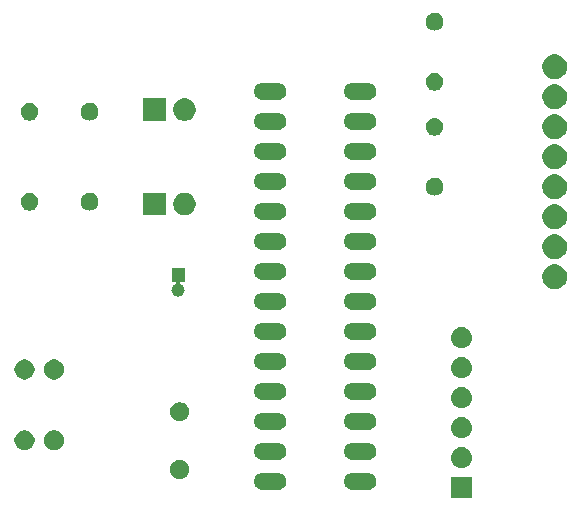
<source format=gbr>
G04 #@! TF.GenerationSoftware,KiCad,Pcbnew,(5.1.2)-1*
G04 #@! TF.CreationDate,2019-05-13T18:55:33+02:00*
G04 #@! TF.ProjectId,Dispositivo_Resp,44697370-6f73-4697-9469-766f5f526573,rev?*
G04 #@! TF.SameCoordinates,Original*
G04 #@! TF.FileFunction,Soldermask,Top*
G04 #@! TF.FilePolarity,Negative*
%FSLAX46Y46*%
G04 Gerber Fmt 4.6, Leading zero omitted, Abs format (unit mm)*
G04 Created by KiCad (PCBNEW (5.1.2)-1) date 2019-05-13 18:55:33*
%MOMM*%
%LPD*%
G04 APERTURE LIST*
%ADD10C,0.100000*%
G04 APERTURE END LIST*
D10*
G36*
X175901000Y-122901000D02*
G01*
X174099000Y-122901000D01*
X174099000Y-121099000D01*
X175901000Y-121099000D01*
X175901000Y-122901000D01*
X175901000Y-122901000D01*
G37*
G36*
X167220659Y-120774394D02*
G01*
X167354758Y-120815073D01*
X167478345Y-120881132D01*
X167586670Y-120970031D01*
X167675569Y-121078356D01*
X167741628Y-121201943D01*
X167782307Y-121336042D01*
X167796042Y-121475501D01*
X167782307Y-121614960D01*
X167741628Y-121749059D01*
X167675569Y-121872646D01*
X167586670Y-121980971D01*
X167478345Y-122069870D01*
X167354758Y-122135929D01*
X167220659Y-122176608D01*
X167116149Y-122186901D01*
X165725451Y-122186901D01*
X165620941Y-122176608D01*
X165486842Y-122135929D01*
X165363255Y-122069870D01*
X165254930Y-121980971D01*
X165166031Y-121872646D01*
X165099972Y-121749059D01*
X165059293Y-121614960D01*
X165045558Y-121475501D01*
X165059293Y-121336042D01*
X165099972Y-121201943D01*
X165166031Y-121078356D01*
X165254930Y-120970031D01*
X165363255Y-120881132D01*
X165486842Y-120815073D01*
X165620941Y-120774394D01*
X165725451Y-120764101D01*
X167116149Y-120764101D01*
X167220659Y-120774394D01*
X167220659Y-120774394D01*
G37*
G36*
X159600659Y-120774394D02*
G01*
X159734758Y-120815073D01*
X159858345Y-120881132D01*
X159966670Y-120970031D01*
X160055569Y-121078356D01*
X160121628Y-121201943D01*
X160162307Y-121336042D01*
X160176042Y-121475501D01*
X160162307Y-121614960D01*
X160121628Y-121749059D01*
X160055569Y-121872646D01*
X159966670Y-121980971D01*
X159858345Y-122069870D01*
X159734758Y-122135929D01*
X159600659Y-122176608D01*
X159496149Y-122186901D01*
X158105451Y-122186901D01*
X158000941Y-122176608D01*
X157866842Y-122135929D01*
X157743255Y-122069870D01*
X157634930Y-121980971D01*
X157546031Y-121872646D01*
X157479972Y-121749059D01*
X157439293Y-121614960D01*
X157425558Y-121475501D01*
X157439293Y-121336042D01*
X157479972Y-121201943D01*
X157546031Y-121078356D01*
X157634930Y-120970031D01*
X157743255Y-120881132D01*
X157866842Y-120815073D01*
X158000941Y-120774394D01*
X158105451Y-120764101D01*
X159496149Y-120764101D01*
X159600659Y-120774394D01*
X159600659Y-120774394D01*
G37*
G36*
X151363642Y-119699781D02*
G01*
X151509414Y-119760162D01*
X151509416Y-119760163D01*
X151640608Y-119847822D01*
X151752178Y-119959392D01*
X151839837Y-120090584D01*
X151839838Y-120090586D01*
X151900219Y-120236358D01*
X151931000Y-120391107D01*
X151931000Y-120548893D01*
X151900219Y-120703642D01*
X151839838Y-120849414D01*
X151839837Y-120849416D01*
X151752178Y-120980608D01*
X151640608Y-121092178D01*
X151509416Y-121179837D01*
X151509415Y-121179838D01*
X151509414Y-121179838D01*
X151363642Y-121240219D01*
X151208893Y-121271000D01*
X151051107Y-121271000D01*
X150896358Y-121240219D01*
X150750586Y-121179838D01*
X150750585Y-121179838D01*
X150750584Y-121179837D01*
X150619392Y-121092178D01*
X150507822Y-120980608D01*
X150420163Y-120849416D01*
X150420162Y-120849414D01*
X150359781Y-120703642D01*
X150329000Y-120548893D01*
X150329000Y-120391107D01*
X150359781Y-120236358D01*
X150420162Y-120090586D01*
X150420163Y-120090584D01*
X150507822Y-119959392D01*
X150619392Y-119847822D01*
X150750584Y-119760163D01*
X150750586Y-119760162D01*
X150896358Y-119699781D01*
X151051107Y-119669000D01*
X151208893Y-119669000D01*
X151363642Y-119699781D01*
X151363642Y-119699781D01*
G37*
G36*
X175110442Y-118565518D02*
G01*
X175176627Y-118572037D01*
X175346466Y-118623557D01*
X175502991Y-118707222D01*
X175538729Y-118736552D01*
X175640186Y-118819814D01*
X175723448Y-118921271D01*
X175752778Y-118957009D01*
X175836443Y-119113534D01*
X175887963Y-119283373D01*
X175905359Y-119460000D01*
X175887963Y-119636627D01*
X175836443Y-119806466D01*
X175752778Y-119962991D01*
X175723448Y-119998729D01*
X175640186Y-120100186D01*
X175538729Y-120183448D01*
X175502991Y-120212778D01*
X175346466Y-120296443D01*
X175176627Y-120347963D01*
X175110442Y-120354482D01*
X175044260Y-120361000D01*
X174955740Y-120361000D01*
X174889558Y-120354482D01*
X174823373Y-120347963D01*
X174653534Y-120296443D01*
X174497009Y-120212778D01*
X174461271Y-120183448D01*
X174359814Y-120100186D01*
X174276552Y-119998729D01*
X174247222Y-119962991D01*
X174163557Y-119806466D01*
X174112037Y-119636627D01*
X174094641Y-119460000D01*
X174112037Y-119283373D01*
X174163557Y-119113534D01*
X174247222Y-118957009D01*
X174276552Y-118921271D01*
X174359814Y-118819814D01*
X174461271Y-118736552D01*
X174497009Y-118707222D01*
X174653534Y-118623557D01*
X174823373Y-118572037D01*
X174889558Y-118565518D01*
X174955740Y-118559000D01*
X175044260Y-118559000D01*
X175110442Y-118565518D01*
X175110442Y-118565518D01*
G37*
G36*
X167220659Y-118234394D02*
G01*
X167354758Y-118275073D01*
X167478345Y-118341132D01*
X167586670Y-118430031D01*
X167675569Y-118538356D01*
X167741628Y-118661943D01*
X167782307Y-118796042D01*
X167796042Y-118935501D01*
X167782307Y-119074960D01*
X167741628Y-119209059D01*
X167675569Y-119332646D01*
X167586670Y-119440971D01*
X167478345Y-119529870D01*
X167354758Y-119595929D01*
X167220659Y-119636608D01*
X167116149Y-119646901D01*
X165725451Y-119646901D01*
X165620941Y-119636608D01*
X165486842Y-119595929D01*
X165363255Y-119529870D01*
X165254930Y-119440971D01*
X165166031Y-119332646D01*
X165099972Y-119209059D01*
X165059293Y-119074960D01*
X165045558Y-118935501D01*
X165059293Y-118796042D01*
X165099972Y-118661943D01*
X165166031Y-118538356D01*
X165254930Y-118430031D01*
X165363255Y-118341132D01*
X165486842Y-118275073D01*
X165620941Y-118234394D01*
X165725451Y-118224101D01*
X167116149Y-118224101D01*
X167220659Y-118234394D01*
X167220659Y-118234394D01*
G37*
G36*
X159600659Y-118234394D02*
G01*
X159734758Y-118275073D01*
X159858345Y-118341132D01*
X159966670Y-118430031D01*
X160055569Y-118538356D01*
X160121628Y-118661943D01*
X160162307Y-118796042D01*
X160176042Y-118935501D01*
X160162307Y-119074960D01*
X160121628Y-119209059D01*
X160055569Y-119332646D01*
X159966670Y-119440971D01*
X159858345Y-119529870D01*
X159734758Y-119595929D01*
X159600659Y-119636608D01*
X159496149Y-119646901D01*
X158105451Y-119646901D01*
X158000941Y-119636608D01*
X157866842Y-119595929D01*
X157743255Y-119529870D01*
X157634930Y-119440971D01*
X157546031Y-119332646D01*
X157479972Y-119209059D01*
X157439293Y-119074960D01*
X157425558Y-118935501D01*
X157439293Y-118796042D01*
X157479972Y-118661943D01*
X157546031Y-118538356D01*
X157634930Y-118430031D01*
X157743255Y-118341132D01*
X157866842Y-118275073D01*
X158000941Y-118234394D01*
X158105451Y-118224101D01*
X159496149Y-118224101D01*
X159600659Y-118234394D01*
X159600659Y-118234394D01*
G37*
G36*
X140748228Y-117181703D02*
G01*
X140903100Y-117245853D01*
X141042481Y-117338985D01*
X141161015Y-117457519D01*
X141254147Y-117596900D01*
X141318297Y-117751772D01*
X141351000Y-117916184D01*
X141351000Y-118083816D01*
X141318297Y-118248228D01*
X141254147Y-118403100D01*
X141161015Y-118542481D01*
X141042481Y-118661015D01*
X140903100Y-118754147D01*
X140748228Y-118818297D01*
X140583816Y-118851000D01*
X140416184Y-118851000D01*
X140251772Y-118818297D01*
X140096900Y-118754147D01*
X139957519Y-118661015D01*
X139838985Y-118542481D01*
X139745853Y-118403100D01*
X139681703Y-118248228D01*
X139649000Y-118083816D01*
X139649000Y-117916184D01*
X139681703Y-117751772D01*
X139745853Y-117596900D01*
X139838985Y-117457519D01*
X139957519Y-117338985D01*
X140096900Y-117245853D01*
X140251772Y-117181703D01*
X140416184Y-117149000D01*
X140583816Y-117149000D01*
X140748228Y-117181703D01*
X140748228Y-117181703D01*
G37*
G36*
X138248228Y-117181703D02*
G01*
X138403100Y-117245853D01*
X138542481Y-117338985D01*
X138661015Y-117457519D01*
X138754147Y-117596900D01*
X138818297Y-117751772D01*
X138851000Y-117916184D01*
X138851000Y-118083816D01*
X138818297Y-118248228D01*
X138754147Y-118403100D01*
X138661015Y-118542481D01*
X138542481Y-118661015D01*
X138403100Y-118754147D01*
X138248228Y-118818297D01*
X138083816Y-118851000D01*
X137916184Y-118851000D01*
X137751772Y-118818297D01*
X137596900Y-118754147D01*
X137457519Y-118661015D01*
X137338985Y-118542481D01*
X137245853Y-118403100D01*
X137181703Y-118248228D01*
X137149000Y-118083816D01*
X137149000Y-117916184D01*
X137181703Y-117751772D01*
X137245853Y-117596900D01*
X137338985Y-117457519D01*
X137457519Y-117338985D01*
X137596900Y-117245853D01*
X137751772Y-117181703D01*
X137916184Y-117149000D01*
X138083816Y-117149000D01*
X138248228Y-117181703D01*
X138248228Y-117181703D01*
G37*
G36*
X175110443Y-116025519D02*
G01*
X175176627Y-116032037D01*
X175346466Y-116083557D01*
X175502991Y-116167222D01*
X175533400Y-116192178D01*
X175640186Y-116279814D01*
X175689758Y-116340219D01*
X175752778Y-116417009D01*
X175836443Y-116573534D01*
X175887963Y-116743373D01*
X175905359Y-116920000D01*
X175887963Y-117096627D01*
X175836443Y-117266466D01*
X175752778Y-117422991D01*
X175724441Y-117457519D01*
X175640186Y-117560186D01*
X175538729Y-117643448D01*
X175502991Y-117672778D01*
X175346466Y-117756443D01*
X175176627Y-117807963D01*
X175110443Y-117814481D01*
X175044260Y-117821000D01*
X174955740Y-117821000D01*
X174889557Y-117814481D01*
X174823373Y-117807963D01*
X174653534Y-117756443D01*
X174497009Y-117672778D01*
X174461271Y-117643448D01*
X174359814Y-117560186D01*
X174275559Y-117457519D01*
X174247222Y-117422991D01*
X174163557Y-117266466D01*
X174112037Y-117096627D01*
X174094641Y-116920000D01*
X174112037Y-116743373D01*
X174163557Y-116573534D01*
X174247222Y-116417009D01*
X174310242Y-116340219D01*
X174359814Y-116279814D01*
X174466600Y-116192178D01*
X174497009Y-116167222D01*
X174653534Y-116083557D01*
X174823373Y-116032037D01*
X174889557Y-116025519D01*
X174955740Y-116019000D01*
X175044260Y-116019000D01*
X175110443Y-116025519D01*
X175110443Y-116025519D01*
G37*
G36*
X167220659Y-115694394D02*
G01*
X167354758Y-115735073D01*
X167478345Y-115801132D01*
X167586670Y-115890031D01*
X167675569Y-115998356D01*
X167741628Y-116121943D01*
X167782307Y-116256042D01*
X167796042Y-116395501D01*
X167782307Y-116534960D01*
X167741628Y-116669059D01*
X167675569Y-116792646D01*
X167586670Y-116900971D01*
X167478345Y-116989870D01*
X167354758Y-117055929D01*
X167220659Y-117096608D01*
X167116149Y-117106901D01*
X165725451Y-117106901D01*
X165620941Y-117096608D01*
X165486842Y-117055929D01*
X165363255Y-116989870D01*
X165254930Y-116900971D01*
X165166031Y-116792646D01*
X165099972Y-116669059D01*
X165059293Y-116534960D01*
X165045558Y-116395501D01*
X165059293Y-116256042D01*
X165099972Y-116121943D01*
X165166031Y-115998356D01*
X165254930Y-115890031D01*
X165363255Y-115801132D01*
X165486842Y-115735073D01*
X165620941Y-115694394D01*
X165725451Y-115684101D01*
X167116149Y-115684101D01*
X167220659Y-115694394D01*
X167220659Y-115694394D01*
G37*
G36*
X159600659Y-115694394D02*
G01*
X159734758Y-115735073D01*
X159858345Y-115801132D01*
X159966670Y-115890031D01*
X160055569Y-115998356D01*
X160121628Y-116121943D01*
X160162307Y-116256042D01*
X160176042Y-116395501D01*
X160162307Y-116534960D01*
X160121628Y-116669059D01*
X160055569Y-116792646D01*
X159966670Y-116900971D01*
X159858345Y-116989870D01*
X159734758Y-117055929D01*
X159600659Y-117096608D01*
X159496149Y-117106901D01*
X158105451Y-117106901D01*
X158000941Y-117096608D01*
X157866842Y-117055929D01*
X157743255Y-116989870D01*
X157634930Y-116900971D01*
X157546031Y-116792646D01*
X157479972Y-116669059D01*
X157439293Y-116534960D01*
X157425558Y-116395501D01*
X157439293Y-116256042D01*
X157479972Y-116121943D01*
X157546031Y-115998356D01*
X157634930Y-115890031D01*
X157743255Y-115801132D01*
X157866842Y-115735073D01*
X158000941Y-115694394D01*
X158105451Y-115684101D01*
X159496149Y-115684101D01*
X159600659Y-115694394D01*
X159600659Y-115694394D01*
G37*
G36*
X151363642Y-114799781D02*
G01*
X151509414Y-114860162D01*
X151509416Y-114860163D01*
X151640608Y-114947822D01*
X151752178Y-115059392D01*
X151801213Y-115132779D01*
X151839838Y-115190586D01*
X151900219Y-115336358D01*
X151931000Y-115491107D01*
X151931000Y-115648893D01*
X151900219Y-115803642D01*
X151839838Y-115949414D01*
X151839837Y-115949416D01*
X151752178Y-116080608D01*
X151640608Y-116192178D01*
X151509416Y-116279837D01*
X151509415Y-116279838D01*
X151509414Y-116279838D01*
X151363642Y-116340219D01*
X151208893Y-116371000D01*
X151051107Y-116371000D01*
X150896358Y-116340219D01*
X150750586Y-116279838D01*
X150750585Y-116279838D01*
X150750584Y-116279837D01*
X150619392Y-116192178D01*
X150507822Y-116080608D01*
X150420163Y-115949416D01*
X150420162Y-115949414D01*
X150359781Y-115803642D01*
X150329000Y-115648893D01*
X150329000Y-115491107D01*
X150359781Y-115336358D01*
X150420162Y-115190586D01*
X150458787Y-115132779D01*
X150507822Y-115059392D01*
X150619392Y-114947822D01*
X150750584Y-114860163D01*
X150750586Y-114860162D01*
X150896358Y-114799781D01*
X151051107Y-114769000D01*
X151208893Y-114769000D01*
X151363642Y-114799781D01*
X151363642Y-114799781D01*
G37*
G36*
X175110443Y-113485519D02*
G01*
X175176627Y-113492037D01*
X175346466Y-113543557D01*
X175502991Y-113627222D01*
X175538729Y-113656552D01*
X175640186Y-113739814D01*
X175723448Y-113841271D01*
X175752778Y-113877009D01*
X175836443Y-114033534D01*
X175887963Y-114203373D01*
X175905359Y-114380000D01*
X175887963Y-114556627D01*
X175836443Y-114726466D01*
X175752778Y-114882991D01*
X175723448Y-114918729D01*
X175640186Y-115020186D01*
X175538729Y-115103448D01*
X175502991Y-115132778D01*
X175346466Y-115216443D01*
X175176627Y-115267963D01*
X175110442Y-115274482D01*
X175044260Y-115281000D01*
X174955740Y-115281000D01*
X174889558Y-115274482D01*
X174823373Y-115267963D01*
X174653534Y-115216443D01*
X174497009Y-115132778D01*
X174461271Y-115103448D01*
X174359814Y-115020186D01*
X174276552Y-114918729D01*
X174247222Y-114882991D01*
X174163557Y-114726466D01*
X174112037Y-114556627D01*
X174094641Y-114380000D01*
X174112037Y-114203373D01*
X174163557Y-114033534D01*
X174247222Y-113877009D01*
X174276552Y-113841271D01*
X174359814Y-113739814D01*
X174461271Y-113656552D01*
X174497009Y-113627222D01*
X174653534Y-113543557D01*
X174823373Y-113492037D01*
X174889557Y-113485519D01*
X174955740Y-113479000D01*
X175044260Y-113479000D01*
X175110443Y-113485519D01*
X175110443Y-113485519D01*
G37*
G36*
X167220659Y-113154394D02*
G01*
X167354758Y-113195073D01*
X167478345Y-113261132D01*
X167586670Y-113350031D01*
X167675569Y-113458356D01*
X167741628Y-113581943D01*
X167782307Y-113716042D01*
X167796042Y-113855501D01*
X167782307Y-113994960D01*
X167741628Y-114129059D01*
X167675569Y-114252646D01*
X167586670Y-114360971D01*
X167478345Y-114449870D01*
X167354758Y-114515929D01*
X167220659Y-114556608D01*
X167116149Y-114566901D01*
X165725451Y-114566901D01*
X165620941Y-114556608D01*
X165486842Y-114515929D01*
X165363255Y-114449870D01*
X165254930Y-114360971D01*
X165166031Y-114252646D01*
X165099972Y-114129059D01*
X165059293Y-113994960D01*
X165045558Y-113855501D01*
X165059293Y-113716042D01*
X165099972Y-113581943D01*
X165166031Y-113458356D01*
X165254930Y-113350031D01*
X165363255Y-113261132D01*
X165486842Y-113195073D01*
X165620941Y-113154394D01*
X165725451Y-113144101D01*
X167116149Y-113144101D01*
X167220659Y-113154394D01*
X167220659Y-113154394D01*
G37*
G36*
X159600659Y-113154394D02*
G01*
X159734758Y-113195073D01*
X159858345Y-113261132D01*
X159966670Y-113350031D01*
X160055569Y-113458356D01*
X160121628Y-113581943D01*
X160162307Y-113716042D01*
X160176042Y-113855501D01*
X160162307Y-113994960D01*
X160121628Y-114129059D01*
X160055569Y-114252646D01*
X159966670Y-114360971D01*
X159858345Y-114449870D01*
X159734758Y-114515929D01*
X159600659Y-114556608D01*
X159496149Y-114566901D01*
X158105451Y-114566901D01*
X158000941Y-114556608D01*
X157866842Y-114515929D01*
X157743255Y-114449870D01*
X157634930Y-114360971D01*
X157546031Y-114252646D01*
X157479972Y-114129059D01*
X157439293Y-113994960D01*
X157425558Y-113855501D01*
X157439293Y-113716042D01*
X157479972Y-113581943D01*
X157546031Y-113458356D01*
X157634930Y-113350031D01*
X157743255Y-113261132D01*
X157866842Y-113195073D01*
X158000941Y-113154394D01*
X158105451Y-113144101D01*
X159496149Y-113144101D01*
X159600659Y-113154394D01*
X159600659Y-113154394D01*
G37*
G36*
X140748228Y-111181703D02*
G01*
X140903100Y-111245853D01*
X141042481Y-111338985D01*
X141161015Y-111457519D01*
X141254147Y-111596900D01*
X141318297Y-111751772D01*
X141351000Y-111916184D01*
X141351000Y-112083816D01*
X141318297Y-112248228D01*
X141254147Y-112403100D01*
X141161015Y-112542481D01*
X141042481Y-112661015D01*
X140903100Y-112754147D01*
X140748228Y-112818297D01*
X140583816Y-112851000D01*
X140416184Y-112851000D01*
X140251772Y-112818297D01*
X140096900Y-112754147D01*
X139957519Y-112661015D01*
X139838985Y-112542481D01*
X139745853Y-112403100D01*
X139681703Y-112248228D01*
X139649000Y-112083816D01*
X139649000Y-111916184D01*
X139681703Y-111751772D01*
X139745853Y-111596900D01*
X139838985Y-111457519D01*
X139957519Y-111338985D01*
X140096900Y-111245853D01*
X140251772Y-111181703D01*
X140416184Y-111149000D01*
X140583816Y-111149000D01*
X140748228Y-111181703D01*
X140748228Y-111181703D01*
G37*
G36*
X138248228Y-111181703D02*
G01*
X138403100Y-111245853D01*
X138542481Y-111338985D01*
X138661015Y-111457519D01*
X138754147Y-111596900D01*
X138818297Y-111751772D01*
X138851000Y-111916184D01*
X138851000Y-112083816D01*
X138818297Y-112248228D01*
X138754147Y-112403100D01*
X138661015Y-112542481D01*
X138542481Y-112661015D01*
X138403100Y-112754147D01*
X138248228Y-112818297D01*
X138083816Y-112851000D01*
X137916184Y-112851000D01*
X137751772Y-112818297D01*
X137596900Y-112754147D01*
X137457519Y-112661015D01*
X137338985Y-112542481D01*
X137245853Y-112403100D01*
X137181703Y-112248228D01*
X137149000Y-112083816D01*
X137149000Y-111916184D01*
X137181703Y-111751772D01*
X137245853Y-111596900D01*
X137338985Y-111457519D01*
X137457519Y-111338985D01*
X137596900Y-111245853D01*
X137751772Y-111181703D01*
X137916184Y-111149000D01*
X138083816Y-111149000D01*
X138248228Y-111181703D01*
X138248228Y-111181703D01*
G37*
G36*
X175110442Y-110945518D02*
G01*
X175176627Y-110952037D01*
X175346466Y-111003557D01*
X175502991Y-111087222D01*
X175538729Y-111116552D01*
X175640186Y-111199814D01*
X175723448Y-111301271D01*
X175752778Y-111337009D01*
X175836443Y-111493534D01*
X175887963Y-111663373D01*
X175905359Y-111840000D01*
X175887963Y-112016627D01*
X175836443Y-112186466D01*
X175752778Y-112342991D01*
X175723448Y-112378729D01*
X175640186Y-112480186D01*
X175564279Y-112542480D01*
X175502991Y-112592778D01*
X175346466Y-112676443D01*
X175176627Y-112727963D01*
X175110443Y-112734481D01*
X175044260Y-112741000D01*
X174955740Y-112741000D01*
X174889557Y-112734481D01*
X174823373Y-112727963D01*
X174653534Y-112676443D01*
X174497009Y-112592778D01*
X174435721Y-112542480D01*
X174359814Y-112480186D01*
X174276552Y-112378729D01*
X174247222Y-112342991D01*
X174163557Y-112186466D01*
X174112037Y-112016627D01*
X174094641Y-111840000D01*
X174112037Y-111663373D01*
X174163557Y-111493534D01*
X174247222Y-111337009D01*
X174276552Y-111301271D01*
X174359814Y-111199814D01*
X174461271Y-111116552D01*
X174497009Y-111087222D01*
X174653534Y-111003557D01*
X174823373Y-110952037D01*
X174889558Y-110945518D01*
X174955740Y-110939000D01*
X175044260Y-110939000D01*
X175110442Y-110945518D01*
X175110442Y-110945518D01*
G37*
G36*
X167220659Y-110614394D02*
G01*
X167354758Y-110655073D01*
X167478345Y-110721132D01*
X167586670Y-110810031D01*
X167675569Y-110918356D01*
X167741628Y-111041943D01*
X167782307Y-111176042D01*
X167796042Y-111315501D01*
X167782307Y-111454960D01*
X167741628Y-111589059D01*
X167675569Y-111712646D01*
X167586670Y-111820971D01*
X167478345Y-111909870D01*
X167354758Y-111975929D01*
X167220659Y-112016608D01*
X167116149Y-112026901D01*
X165725451Y-112026901D01*
X165620941Y-112016608D01*
X165486842Y-111975929D01*
X165363255Y-111909870D01*
X165254930Y-111820971D01*
X165166031Y-111712646D01*
X165099972Y-111589059D01*
X165059293Y-111454960D01*
X165045558Y-111315501D01*
X165059293Y-111176042D01*
X165099972Y-111041943D01*
X165166031Y-110918356D01*
X165254930Y-110810031D01*
X165363255Y-110721132D01*
X165486842Y-110655073D01*
X165620941Y-110614394D01*
X165725451Y-110604101D01*
X167116149Y-110604101D01*
X167220659Y-110614394D01*
X167220659Y-110614394D01*
G37*
G36*
X159600659Y-110614394D02*
G01*
X159734758Y-110655073D01*
X159858345Y-110721132D01*
X159966670Y-110810031D01*
X160055569Y-110918356D01*
X160121628Y-111041943D01*
X160162307Y-111176042D01*
X160176042Y-111315501D01*
X160162307Y-111454960D01*
X160121628Y-111589059D01*
X160055569Y-111712646D01*
X159966670Y-111820971D01*
X159858345Y-111909870D01*
X159734758Y-111975929D01*
X159600659Y-112016608D01*
X159496149Y-112026901D01*
X158105451Y-112026901D01*
X158000941Y-112016608D01*
X157866842Y-111975929D01*
X157743255Y-111909870D01*
X157634930Y-111820971D01*
X157546031Y-111712646D01*
X157479972Y-111589059D01*
X157439293Y-111454960D01*
X157425558Y-111315501D01*
X157439293Y-111176042D01*
X157479972Y-111041943D01*
X157546031Y-110918356D01*
X157634930Y-110810031D01*
X157743255Y-110721132D01*
X157866842Y-110655073D01*
X158000941Y-110614394D01*
X158105451Y-110604101D01*
X159496149Y-110604101D01*
X159600659Y-110614394D01*
X159600659Y-110614394D01*
G37*
G36*
X175110442Y-108405518D02*
G01*
X175176627Y-108412037D01*
X175346466Y-108463557D01*
X175502991Y-108547222D01*
X175538729Y-108576552D01*
X175640186Y-108659814D01*
X175723448Y-108761271D01*
X175752778Y-108797009D01*
X175836443Y-108953534D01*
X175887963Y-109123373D01*
X175905359Y-109300000D01*
X175887963Y-109476627D01*
X175836443Y-109646466D01*
X175752778Y-109802991D01*
X175723448Y-109838729D01*
X175640186Y-109940186D01*
X175538729Y-110023448D01*
X175502991Y-110052778D01*
X175346466Y-110136443D01*
X175176627Y-110187963D01*
X175110443Y-110194481D01*
X175044260Y-110201000D01*
X174955740Y-110201000D01*
X174889557Y-110194481D01*
X174823373Y-110187963D01*
X174653534Y-110136443D01*
X174497009Y-110052778D01*
X174461271Y-110023448D01*
X174359814Y-109940186D01*
X174276552Y-109838729D01*
X174247222Y-109802991D01*
X174163557Y-109646466D01*
X174112037Y-109476627D01*
X174094641Y-109300000D01*
X174112037Y-109123373D01*
X174163557Y-108953534D01*
X174247222Y-108797009D01*
X174276552Y-108761271D01*
X174359814Y-108659814D01*
X174461271Y-108576552D01*
X174497009Y-108547222D01*
X174653534Y-108463557D01*
X174823373Y-108412037D01*
X174889558Y-108405518D01*
X174955740Y-108399000D01*
X175044260Y-108399000D01*
X175110442Y-108405518D01*
X175110442Y-108405518D01*
G37*
G36*
X159600659Y-108074394D02*
G01*
X159734758Y-108115073D01*
X159858345Y-108181132D01*
X159966670Y-108270031D01*
X160055569Y-108378356D01*
X160121628Y-108501943D01*
X160162307Y-108636042D01*
X160176042Y-108775501D01*
X160162307Y-108914960D01*
X160121628Y-109049059D01*
X160055569Y-109172646D01*
X159966670Y-109280971D01*
X159858345Y-109369870D01*
X159734758Y-109435929D01*
X159600659Y-109476608D01*
X159496149Y-109486901D01*
X158105451Y-109486901D01*
X158000941Y-109476608D01*
X157866842Y-109435929D01*
X157743255Y-109369870D01*
X157634930Y-109280971D01*
X157546031Y-109172646D01*
X157479972Y-109049059D01*
X157439293Y-108914960D01*
X157425558Y-108775501D01*
X157439293Y-108636042D01*
X157479972Y-108501943D01*
X157546031Y-108378356D01*
X157634930Y-108270031D01*
X157743255Y-108181132D01*
X157866842Y-108115073D01*
X158000941Y-108074394D01*
X158105451Y-108064101D01*
X159496149Y-108064101D01*
X159600659Y-108074394D01*
X159600659Y-108074394D01*
G37*
G36*
X167220659Y-108074394D02*
G01*
X167354758Y-108115073D01*
X167478345Y-108181132D01*
X167586670Y-108270031D01*
X167675569Y-108378356D01*
X167741628Y-108501943D01*
X167782307Y-108636042D01*
X167796042Y-108775501D01*
X167782307Y-108914960D01*
X167741628Y-109049059D01*
X167675569Y-109172646D01*
X167586670Y-109280971D01*
X167478345Y-109369870D01*
X167354758Y-109435929D01*
X167220659Y-109476608D01*
X167116149Y-109486901D01*
X165725451Y-109486901D01*
X165620941Y-109476608D01*
X165486842Y-109435929D01*
X165363255Y-109369870D01*
X165254930Y-109280971D01*
X165166031Y-109172646D01*
X165099972Y-109049059D01*
X165059293Y-108914960D01*
X165045558Y-108775501D01*
X165059293Y-108636042D01*
X165099972Y-108501943D01*
X165166031Y-108378356D01*
X165254930Y-108270031D01*
X165363255Y-108181132D01*
X165486842Y-108115073D01*
X165620941Y-108074394D01*
X165725451Y-108064101D01*
X167116149Y-108064101D01*
X167220659Y-108074394D01*
X167220659Y-108074394D01*
G37*
G36*
X167220659Y-105534394D02*
G01*
X167354758Y-105575073D01*
X167478345Y-105641132D01*
X167586670Y-105730031D01*
X167675569Y-105838356D01*
X167741628Y-105961943D01*
X167782307Y-106096042D01*
X167796042Y-106235501D01*
X167782307Y-106374960D01*
X167741628Y-106509059D01*
X167675569Y-106632646D01*
X167586670Y-106740971D01*
X167478345Y-106829870D01*
X167354758Y-106895929D01*
X167220659Y-106936608D01*
X167116149Y-106946901D01*
X165725451Y-106946901D01*
X165620941Y-106936608D01*
X165486842Y-106895929D01*
X165363255Y-106829870D01*
X165254930Y-106740971D01*
X165166031Y-106632646D01*
X165099972Y-106509059D01*
X165059293Y-106374960D01*
X165045558Y-106235501D01*
X165059293Y-106096042D01*
X165099972Y-105961943D01*
X165166031Y-105838356D01*
X165254930Y-105730031D01*
X165363255Y-105641132D01*
X165486842Y-105575073D01*
X165620941Y-105534394D01*
X165725451Y-105524101D01*
X167116149Y-105524101D01*
X167220659Y-105534394D01*
X167220659Y-105534394D01*
G37*
G36*
X159600659Y-105534394D02*
G01*
X159734758Y-105575073D01*
X159858345Y-105641132D01*
X159966670Y-105730031D01*
X160055569Y-105838356D01*
X160121628Y-105961943D01*
X160162307Y-106096042D01*
X160176042Y-106235501D01*
X160162307Y-106374960D01*
X160121628Y-106509059D01*
X160055569Y-106632646D01*
X159966670Y-106740971D01*
X159858345Y-106829870D01*
X159734758Y-106895929D01*
X159600659Y-106936608D01*
X159496149Y-106946901D01*
X158105451Y-106946901D01*
X158000941Y-106936608D01*
X157866842Y-106895929D01*
X157743255Y-106829870D01*
X157634930Y-106740971D01*
X157546031Y-106632646D01*
X157479972Y-106509059D01*
X157439293Y-106374960D01*
X157425558Y-106235501D01*
X157439293Y-106096042D01*
X157479972Y-105961943D01*
X157546031Y-105838356D01*
X157634930Y-105730031D01*
X157743255Y-105641132D01*
X157866842Y-105575073D01*
X158000941Y-105534394D01*
X158105451Y-105524101D01*
X159496149Y-105524101D01*
X159600659Y-105534394D01*
X159600659Y-105534394D01*
G37*
G36*
X151551000Y-104551000D02*
G01*
X151322735Y-104551000D01*
X151298349Y-104553402D01*
X151274900Y-104560515D01*
X151253289Y-104572066D01*
X151234347Y-104587611D01*
X151218802Y-104606553D01*
X151207251Y-104628164D01*
X151200138Y-104651613D01*
X151197736Y-104675999D01*
X151200138Y-104700385D01*
X151207251Y-104723834D01*
X151218802Y-104745445D01*
X151234347Y-104764387D01*
X151253289Y-104779932D01*
X151263802Y-104786233D01*
X151307600Y-104809644D01*
X151307602Y-104809645D01*
X151307601Y-104809645D01*
X151391501Y-104878499D01*
X151460357Y-104962400D01*
X151496995Y-105030945D01*
X151511521Y-105058121D01*
X151543027Y-105161985D01*
X151553666Y-105270000D01*
X151543027Y-105378015D01*
X151511521Y-105481879D01*
X151511519Y-105481882D01*
X151460357Y-105577600D01*
X151391501Y-105661501D01*
X151307600Y-105730357D01*
X151239055Y-105766995D01*
X151211879Y-105781521D01*
X151108015Y-105813027D01*
X151027067Y-105821000D01*
X150972933Y-105821000D01*
X150891985Y-105813027D01*
X150788121Y-105781521D01*
X150760945Y-105766995D01*
X150692400Y-105730357D01*
X150608499Y-105661501D01*
X150539643Y-105577600D01*
X150488481Y-105481882D01*
X150488479Y-105481879D01*
X150456973Y-105378015D01*
X150446334Y-105270000D01*
X150456973Y-105161985D01*
X150488479Y-105058121D01*
X150503005Y-105030945D01*
X150539643Y-104962400D01*
X150608499Y-104878499D01*
X150692399Y-104809645D01*
X150692398Y-104809645D01*
X150692400Y-104809644D01*
X150736193Y-104786236D01*
X150756563Y-104772625D01*
X150773890Y-104755298D01*
X150787504Y-104734924D01*
X150796881Y-104712285D01*
X150801662Y-104688252D01*
X150801662Y-104663748D01*
X150796882Y-104639714D01*
X150787505Y-104617076D01*
X150773891Y-104596701D01*
X150756564Y-104579374D01*
X150736190Y-104565760D01*
X150713551Y-104556383D01*
X150689518Y-104551602D01*
X150677265Y-104551000D01*
X150449000Y-104551000D01*
X150449000Y-103449000D01*
X151551000Y-103449000D01*
X151551000Y-104551000D01*
X151551000Y-104551000D01*
G37*
G36*
X183186564Y-103129389D02*
G01*
X183377833Y-103208615D01*
X183377835Y-103208616D01*
X183512140Y-103298356D01*
X183549973Y-103323635D01*
X183696365Y-103470027D01*
X183811385Y-103642167D01*
X183890611Y-103833436D01*
X183931000Y-104036484D01*
X183931000Y-104243516D01*
X183890611Y-104446564D01*
X183819983Y-104617076D01*
X183811384Y-104637835D01*
X183696365Y-104809973D01*
X183549973Y-104956365D01*
X183377835Y-105071384D01*
X183377834Y-105071385D01*
X183377833Y-105071385D01*
X183186564Y-105150611D01*
X182983516Y-105191000D01*
X182776484Y-105191000D01*
X182573436Y-105150611D01*
X182382167Y-105071385D01*
X182382166Y-105071385D01*
X182382165Y-105071384D01*
X182210027Y-104956365D01*
X182063635Y-104809973D01*
X181948616Y-104637835D01*
X181940017Y-104617076D01*
X181869389Y-104446564D01*
X181829000Y-104243516D01*
X181829000Y-104036484D01*
X181869389Y-103833436D01*
X181948615Y-103642167D01*
X182063635Y-103470027D01*
X182210027Y-103323635D01*
X182247860Y-103298356D01*
X182382165Y-103208616D01*
X182382167Y-103208615D01*
X182573436Y-103129389D01*
X182776484Y-103089000D01*
X182983516Y-103089000D01*
X183186564Y-103129389D01*
X183186564Y-103129389D01*
G37*
G36*
X167220659Y-102994394D02*
G01*
X167354758Y-103035073D01*
X167478345Y-103101132D01*
X167586670Y-103190031D01*
X167675569Y-103298356D01*
X167741628Y-103421943D01*
X167782307Y-103556042D01*
X167796042Y-103695501D01*
X167782307Y-103834960D01*
X167741628Y-103969059D01*
X167675569Y-104092646D01*
X167586670Y-104200971D01*
X167478345Y-104289870D01*
X167354758Y-104355929D01*
X167220659Y-104396608D01*
X167116149Y-104406901D01*
X165725451Y-104406901D01*
X165620941Y-104396608D01*
X165486842Y-104355929D01*
X165363255Y-104289870D01*
X165254930Y-104200971D01*
X165166031Y-104092646D01*
X165099972Y-103969059D01*
X165059293Y-103834960D01*
X165045558Y-103695501D01*
X165059293Y-103556042D01*
X165099972Y-103421943D01*
X165166031Y-103298356D01*
X165254930Y-103190031D01*
X165363255Y-103101132D01*
X165486842Y-103035073D01*
X165620941Y-102994394D01*
X165725451Y-102984101D01*
X167116149Y-102984101D01*
X167220659Y-102994394D01*
X167220659Y-102994394D01*
G37*
G36*
X159600659Y-102994394D02*
G01*
X159734758Y-103035073D01*
X159858345Y-103101132D01*
X159966670Y-103190031D01*
X160055569Y-103298356D01*
X160121628Y-103421943D01*
X160162307Y-103556042D01*
X160176042Y-103695501D01*
X160162307Y-103834960D01*
X160121628Y-103969059D01*
X160055569Y-104092646D01*
X159966670Y-104200971D01*
X159858345Y-104289870D01*
X159734758Y-104355929D01*
X159600659Y-104396608D01*
X159496149Y-104406901D01*
X158105451Y-104406901D01*
X158000941Y-104396608D01*
X157866842Y-104355929D01*
X157743255Y-104289870D01*
X157634930Y-104200971D01*
X157546031Y-104092646D01*
X157479972Y-103969059D01*
X157439293Y-103834960D01*
X157425558Y-103695501D01*
X157439293Y-103556042D01*
X157479972Y-103421943D01*
X157546031Y-103298356D01*
X157634930Y-103190031D01*
X157743255Y-103101132D01*
X157866842Y-103035073D01*
X158000941Y-102994394D01*
X158105451Y-102984101D01*
X159496149Y-102984101D01*
X159600659Y-102994394D01*
X159600659Y-102994394D01*
G37*
G36*
X183186564Y-100589389D02*
G01*
X183377833Y-100668615D01*
X183377835Y-100668616D01*
X183512140Y-100758356D01*
X183549973Y-100783635D01*
X183696365Y-100930027D01*
X183811385Y-101102167D01*
X183890611Y-101293436D01*
X183931000Y-101496484D01*
X183931000Y-101703516D01*
X183890611Y-101906564D01*
X183811385Y-102097833D01*
X183811384Y-102097835D01*
X183696365Y-102269973D01*
X183549973Y-102416365D01*
X183377835Y-102531384D01*
X183377834Y-102531385D01*
X183377833Y-102531385D01*
X183186564Y-102610611D01*
X182983516Y-102651000D01*
X182776484Y-102651000D01*
X182573436Y-102610611D01*
X182382167Y-102531385D01*
X182382166Y-102531385D01*
X182382165Y-102531384D01*
X182210027Y-102416365D01*
X182063635Y-102269973D01*
X181948616Y-102097835D01*
X181948615Y-102097833D01*
X181869389Y-101906564D01*
X181829000Y-101703516D01*
X181829000Y-101496484D01*
X181869389Y-101293436D01*
X181948615Y-101102167D01*
X182063635Y-100930027D01*
X182210027Y-100783635D01*
X182247860Y-100758356D01*
X182382165Y-100668616D01*
X182382167Y-100668615D01*
X182573436Y-100589389D01*
X182776484Y-100549000D01*
X182983516Y-100549000D01*
X183186564Y-100589389D01*
X183186564Y-100589389D01*
G37*
G36*
X159600659Y-100454394D02*
G01*
X159734758Y-100495073D01*
X159858345Y-100561132D01*
X159966670Y-100650031D01*
X160055569Y-100758356D01*
X160121628Y-100881943D01*
X160162307Y-101016042D01*
X160176042Y-101155501D01*
X160162307Y-101294960D01*
X160121628Y-101429059D01*
X160055569Y-101552646D01*
X159966670Y-101660971D01*
X159858345Y-101749870D01*
X159734758Y-101815929D01*
X159600659Y-101856608D01*
X159496149Y-101866901D01*
X158105451Y-101866901D01*
X158000941Y-101856608D01*
X157866842Y-101815929D01*
X157743255Y-101749870D01*
X157634930Y-101660971D01*
X157546031Y-101552646D01*
X157479972Y-101429059D01*
X157439293Y-101294960D01*
X157425558Y-101155501D01*
X157439293Y-101016042D01*
X157479972Y-100881943D01*
X157546031Y-100758356D01*
X157634930Y-100650031D01*
X157743255Y-100561132D01*
X157866842Y-100495073D01*
X158000941Y-100454394D01*
X158105451Y-100444101D01*
X159496149Y-100444101D01*
X159600659Y-100454394D01*
X159600659Y-100454394D01*
G37*
G36*
X167220659Y-100454394D02*
G01*
X167354758Y-100495073D01*
X167478345Y-100561132D01*
X167586670Y-100650031D01*
X167675569Y-100758356D01*
X167741628Y-100881943D01*
X167782307Y-101016042D01*
X167796042Y-101155501D01*
X167782307Y-101294960D01*
X167741628Y-101429059D01*
X167675569Y-101552646D01*
X167586670Y-101660971D01*
X167478345Y-101749870D01*
X167354758Y-101815929D01*
X167220659Y-101856608D01*
X167116149Y-101866901D01*
X165725451Y-101866901D01*
X165620941Y-101856608D01*
X165486842Y-101815929D01*
X165363255Y-101749870D01*
X165254930Y-101660971D01*
X165166031Y-101552646D01*
X165099972Y-101429059D01*
X165059293Y-101294960D01*
X165045558Y-101155501D01*
X165059293Y-101016042D01*
X165099972Y-100881943D01*
X165166031Y-100758356D01*
X165254930Y-100650031D01*
X165363255Y-100561132D01*
X165486842Y-100495073D01*
X165620941Y-100454394D01*
X165725451Y-100444101D01*
X167116149Y-100444101D01*
X167220659Y-100454394D01*
X167220659Y-100454394D01*
G37*
G36*
X183186564Y-98049389D02*
G01*
X183377833Y-98128615D01*
X183377835Y-98128616D01*
X183549973Y-98243635D01*
X183696365Y-98390027D01*
X183761287Y-98487189D01*
X183811385Y-98562167D01*
X183890611Y-98753436D01*
X183931000Y-98956484D01*
X183931000Y-99163516D01*
X183890611Y-99366564D01*
X183811385Y-99557833D01*
X183811384Y-99557835D01*
X183696365Y-99729973D01*
X183549973Y-99876365D01*
X183377835Y-99991384D01*
X183377834Y-99991385D01*
X183377833Y-99991385D01*
X183186564Y-100070611D01*
X182983516Y-100111000D01*
X182776484Y-100111000D01*
X182573436Y-100070611D01*
X182382167Y-99991385D01*
X182382166Y-99991385D01*
X182382165Y-99991384D01*
X182210027Y-99876365D01*
X182063635Y-99729973D01*
X181948616Y-99557835D01*
X181948615Y-99557833D01*
X181869389Y-99366564D01*
X181829000Y-99163516D01*
X181829000Y-98956484D01*
X181869389Y-98753436D01*
X181948615Y-98562167D01*
X181998714Y-98487189D01*
X182063635Y-98390027D01*
X182210027Y-98243635D01*
X182382165Y-98128616D01*
X182382167Y-98128615D01*
X182573436Y-98049389D01*
X182776484Y-98009000D01*
X182983516Y-98009000D01*
X183186564Y-98049389D01*
X183186564Y-98049389D01*
G37*
G36*
X159600659Y-97914394D02*
G01*
X159734758Y-97955073D01*
X159858345Y-98021132D01*
X159966670Y-98110031D01*
X160055569Y-98218356D01*
X160121628Y-98341943D01*
X160162307Y-98476042D01*
X160176042Y-98615501D01*
X160162307Y-98754960D01*
X160121628Y-98889059D01*
X160055569Y-99012646D01*
X159966670Y-99120971D01*
X159858345Y-99209870D01*
X159734758Y-99275929D01*
X159600659Y-99316608D01*
X159496149Y-99326901D01*
X158105451Y-99326901D01*
X158000941Y-99316608D01*
X157866842Y-99275929D01*
X157743255Y-99209870D01*
X157634930Y-99120971D01*
X157546031Y-99012646D01*
X157479972Y-98889059D01*
X157439293Y-98754960D01*
X157425558Y-98615501D01*
X157439293Y-98476042D01*
X157479972Y-98341943D01*
X157546031Y-98218356D01*
X157634930Y-98110031D01*
X157743255Y-98021132D01*
X157866842Y-97955073D01*
X158000941Y-97914394D01*
X158105451Y-97904101D01*
X159496149Y-97904101D01*
X159600659Y-97914394D01*
X159600659Y-97914394D01*
G37*
G36*
X167220659Y-97914394D02*
G01*
X167354758Y-97955073D01*
X167478345Y-98021132D01*
X167586670Y-98110031D01*
X167675569Y-98218356D01*
X167741628Y-98341943D01*
X167782307Y-98476042D01*
X167796042Y-98615501D01*
X167782307Y-98754960D01*
X167741628Y-98889059D01*
X167675569Y-99012646D01*
X167586670Y-99120971D01*
X167478345Y-99209870D01*
X167354758Y-99275929D01*
X167220659Y-99316608D01*
X167116149Y-99326901D01*
X165725451Y-99326901D01*
X165620941Y-99316608D01*
X165486842Y-99275929D01*
X165363255Y-99209870D01*
X165254930Y-99120971D01*
X165166031Y-99012646D01*
X165099972Y-98889059D01*
X165059293Y-98754960D01*
X165045558Y-98615501D01*
X165059293Y-98476042D01*
X165099972Y-98341943D01*
X165166031Y-98218356D01*
X165254930Y-98110031D01*
X165363255Y-98021132D01*
X165486842Y-97955073D01*
X165620941Y-97914394D01*
X165725451Y-97904101D01*
X167116149Y-97904101D01*
X167220659Y-97914394D01*
X167220659Y-97914394D01*
G37*
G36*
X149951000Y-98951000D02*
G01*
X148049000Y-98951000D01*
X148049000Y-97049000D01*
X149951000Y-97049000D01*
X149951000Y-98951000D01*
X149951000Y-98951000D01*
G37*
G36*
X151817395Y-97085546D02*
G01*
X151990466Y-97157234D01*
X151990467Y-97157235D01*
X152146227Y-97261310D01*
X152278690Y-97393773D01*
X152278691Y-97393775D01*
X152382766Y-97549534D01*
X152454454Y-97722605D01*
X152491000Y-97906333D01*
X152491000Y-98093667D01*
X152454454Y-98277395D01*
X152382766Y-98450466D01*
X152365675Y-98476044D01*
X152278690Y-98606227D01*
X152146227Y-98738690D01*
X152124159Y-98753435D01*
X151990466Y-98842766D01*
X151817395Y-98914454D01*
X151633667Y-98951000D01*
X151446333Y-98951000D01*
X151262605Y-98914454D01*
X151089534Y-98842766D01*
X150955841Y-98753435D01*
X150933773Y-98738690D01*
X150801310Y-98606227D01*
X150714325Y-98476044D01*
X150697234Y-98450466D01*
X150625546Y-98277395D01*
X150589000Y-98093667D01*
X150589000Y-97906333D01*
X150625546Y-97722605D01*
X150697234Y-97549534D01*
X150801309Y-97393775D01*
X150801310Y-97393773D01*
X150933773Y-97261310D01*
X151089533Y-97157235D01*
X151089534Y-97157234D01*
X151262605Y-97085546D01*
X151446333Y-97049000D01*
X151633667Y-97049000D01*
X151817395Y-97085546D01*
X151817395Y-97085546D01*
G37*
G36*
X138649059Y-97067860D02*
G01*
X138709294Y-97092810D01*
X138785732Y-97124472D01*
X138908735Y-97206660D01*
X139013340Y-97311265D01*
X139068470Y-97393773D01*
X139095529Y-97434270D01*
X139152140Y-97570941D01*
X139181000Y-97716032D01*
X139181000Y-97863968D01*
X139166429Y-97937220D01*
X139152140Y-98009059D01*
X139095528Y-98145732D01*
X139013340Y-98268735D01*
X138908735Y-98373340D01*
X138785732Y-98455528D01*
X138785731Y-98455529D01*
X138785730Y-98455529D01*
X138649059Y-98512140D01*
X138503968Y-98541000D01*
X138356032Y-98541000D01*
X138210941Y-98512140D01*
X138074270Y-98455529D01*
X138074269Y-98455529D01*
X138074268Y-98455528D01*
X137951265Y-98373340D01*
X137846660Y-98268735D01*
X137764472Y-98145732D01*
X137707860Y-98009059D01*
X137693571Y-97937220D01*
X137679000Y-97863968D01*
X137679000Y-97716032D01*
X137707860Y-97570941D01*
X137764471Y-97434270D01*
X137791530Y-97393773D01*
X137846660Y-97311265D01*
X137951265Y-97206660D01*
X138074268Y-97124472D01*
X138150707Y-97092810D01*
X138210941Y-97067860D01*
X138356032Y-97039000D01*
X138503968Y-97039000D01*
X138649059Y-97067860D01*
X138649059Y-97067860D01*
G37*
G36*
X143583665Y-97042622D02*
G01*
X143657222Y-97049867D01*
X143798786Y-97092810D01*
X143929252Y-97162546D01*
X143959040Y-97186992D01*
X144043607Y-97256393D01*
X144109237Y-97336365D01*
X144137454Y-97370748D01*
X144207190Y-97501214D01*
X144250133Y-97642778D01*
X144264633Y-97790000D01*
X144250133Y-97937222D01*
X144207190Y-98078786D01*
X144137454Y-98209252D01*
X144129978Y-98218361D01*
X144043607Y-98323607D01*
X143983004Y-98373341D01*
X143929252Y-98417454D01*
X143798786Y-98487190D01*
X143657222Y-98530133D01*
X143583665Y-98537378D01*
X143546888Y-98541000D01*
X143473112Y-98541000D01*
X143436335Y-98537378D01*
X143362778Y-98530133D01*
X143221214Y-98487190D01*
X143090748Y-98417454D01*
X143036996Y-98373341D01*
X142976393Y-98323607D01*
X142890022Y-98218361D01*
X142882546Y-98209252D01*
X142812810Y-98078786D01*
X142769867Y-97937222D01*
X142755367Y-97790000D01*
X142769867Y-97642778D01*
X142812810Y-97501214D01*
X142882546Y-97370748D01*
X142910763Y-97336365D01*
X142976393Y-97256393D01*
X143060960Y-97186992D01*
X143090748Y-97162546D01*
X143221214Y-97092810D01*
X143362778Y-97049867D01*
X143436335Y-97042622D01*
X143473112Y-97039000D01*
X143546888Y-97039000D01*
X143583665Y-97042622D01*
X143583665Y-97042622D01*
G37*
G36*
X183186564Y-95509389D02*
G01*
X183377833Y-95588615D01*
X183377835Y-95588616D01*
X183549973Y-95703635D01*
X183696365Y-95850027D01*
X183787483Y-95986394D01*
X183811385Y-96022167D01*
X183890611Y-96213436D01*
X183931000Y-96416484D01*
X183931000Y-96623516D01*
X183890611Y-96826564D01*
X183843935Y-96939250D01*
X183811384Y-97017835D01*
X183696365Y-97189973D01*
X183549973Y-97336365D01*
X183377835Y-97451384D01*
X183377834Y-97451385D01*
X183377833Y-97451385D01*
X183186564Y-97530611D01*
X182983516Y-97571000D01*
X182776484Y-97571000D01*
X182573436Y-97530611D01*
X182382167Y-97451385D01*
X182382166Y-97451385D01*
X182382165Y-97451384D01*
X182210027Y-97336365D01*
X182063635Y-97189973D01*
X181948616Y-97017835D01*
X181916065Y-96939250D01*
X181869389Y-96826564D01*
X181829000Y-96623516D01*
X181829000Y-96416484D01*
X181869389Y-96213436D01*
X181948615Y-96022167D01*
X181972518Y-95986394D01*
X182063635Y-95850027D01*
X182210027Y-95703635D01*
X182382165Y-95588616D01*
X182382167Y-95588615D01*
X182573436Y-95509389D01*
X182776484Y-95469000D01*
X182983516Y-95469000D01*
X183186564Y-95509389D01*
X183186564Y-95509389D01*
G37*
G36*
X172793665Y-95772622D02*
G01*
X172867222Y-95779867D01*
X173008786Y-95822810D01*
X173139252Y-95892546D01*
X173169040Y-95916992D01*
X173253607Y-95986393D01*
X173323008Y-96070960D01*
X173347454Y-96100748D01*
X173417190Y-96231214D01*
X173460133Y-96372778D01*
X173474633Y-96520000D01*
X173460133Y-96667222D01*
X173417190Y-96808786D01*
X173347454Y-96939252D01*
X173323008Y-96969040D01*
X173253607Y-97053607D01*
X173169040Y-97123008D01*
X173139252Y-97147454D01*
X173008786Y-97217190D01*
X172867222Y-97260133D01*
X172793665Y-97267378D01*
X172756888Y-97271000D01*
X172683112Y-97271000D01*
X172646335Y-97267378D01*
X172572778Y-97260133D01*
X172431214Y-97217190D01*
X172300748Y-97147454D01*
X172270960Y-97123008D01*
X172186393Y-97053607D01*
X172116992Y-96969040D01*
X172092546Y-96939252D01*
X172022810Y-96808786D01*
X171979867Y-96667222D01*
X171965367Y-96520000D01*
X171979867Y-96372778D01*
X172022810Y-96231214D01*
X172092546Y-96100748D01*
X172116992Y-96070960D01*
X172186393Y-95986393D01*
X172270960Y-95916992D01*
X172300748Y-95892546D01*
X172431214Y-95822810D01*
X172572778Y-95779867D01*
X172646335Y-95772622D01*
X172683112Y-95769000D01*
X172756888Y-95769000D01*
X172793665Y-95772622D01*
X172793665Y-95772622D01*
G37*
G36*
X167220659Y-95374394D02*
G01*
X167354758Y-95415073D01*
X167478345Y-95481132D01*
X167586670Y-95570031D01*
X167675569Y-95678356D01*
X167741628Y-95801943D01*
X167782307Y-95936042D01*
X167796042Y-96075501D01*
X167782307Y-96214960D01*
X167741628Y-96349059D01*
X167675569Y-96472646D01*
X167586670Y-96580971D01*
X167478345Y-96669870D01*
X167354758Y-96735929D01*
X167220659Y-96776608D01*
X167116149Y-96786901D01*
X165725451Y-96786901D01*
X165620941Y-96776608D01*
X165486842Y-96735929D01*
X165363255Y-96669870D01*
X165254930Y-96580971D01*
X165166031Y-96472646D01*
X165099972Y-96349059D01*
X165059293Y-96214960D01*
X165045558Y-96075501D01*
X165059293Y-95936042D01*
X165099972Y-95801943D01*
X165166031Y-95678356D01*
X165254930Y-95570031D01*
X165363255Y-95481132D01*
X165486842Y-95415073D01*
X165620941Y-95374394D01*
X165725451Y-95364101D01*
X167116149Y-95364101D01*
X167220659Y-95374394D01*
X167220659Y-95374394D01*
G37*
G36*
X159600659Y-95374394D02*
G01*
X159734758Y-95415073D01*
X159858345Y-95481132D01*
X159966670Y-95570031D01*
X160055569Y-95678356D01*
X160121628Y-95801943D01*
X160162307Y-95936042D01*
X160176042Y-96075501D01*
X160162307Y-96214960D01*
X160121628Y-96349059D01*
X160055569Y-96472646D01*
X159966670Y-96580971D01*
X159858345Y-96669870D01*
X159734758Y-96735929D01*
X159600659Y-96776608D01*
X159496149Y-96786901D01*
X158105451Y-96786901D01*
X158000941Y-96776608D01*
X157866842Y-96735929D01*
X157743255Y-96669870D01*
X157634930Y-96580971D01*
X157546031Y-96472646D01*
X157479972Y-96349059D01*
X157439293Y-96214960D01*
X157425558Y-96075501D01*
X157439293Y-95936042D01*
X157479972Y-95801943D01*
X157546031Y-95678356D01*
X157634930Y-95570031D01*
X157743255Y-95481132D01*
X157866842Y-95415073D01*
X158000941Y-95374394D01*
X158105451Y-95364101D01*
X159496149Y-95364101D01*
X159600659Y-95374394D01*
X159600659Y-95374394D01*
G37*
G36*
X183186564Y-92969389D02*
G01*
X183377833Y-93048615D01*
X183377835Y-93048616D01*
X183512140Y-93138356D01*
X183549973Y-93163635D01*
X183696365Y-93310027D01*
X183811385Y-93482167D01*
X183890611Y-93673436D01*
X183931000Y-93876484D01*
X183931000Y-94083516D01*
X183890611Y-94286564D01*
X183811385Y-94477833D01*
X183811384Y-94477835D01*
X183696365Y-94649973D01*
X183549973Y-94796365D01*
X183377835Y-94911384D01*
X183377834Y-94911385D01*
X183377833Y-94911385D01*
X183186564Y-94990611D01*
X182983516Y-95031000D01*
X182776484Y-95031000D01*
X182573436Y-94990611D01*
X182382167Y-94911385D01*
X182382166Y-94911385D01*
X182382165Y-94911384D01*
X182210027Y-94796365D01*
X182063635Y-94649973D01*
X181948616Y-94477835D01*
X181948615Y-94477833D01*
X181869389Y-94286564D01*
X181829000Y-94083516D01*
X181829000Y-93876484D01*
X181869389Y-93673436D01*
X181948615Y-93482167D01*
X182063635Y-93310027D01*
X182210027Y-93163635D01*
X182247860Y-93138356D01*
X182382165Y-93048616D01*
X182382167Y-93048615D01*
X182573436Y-92969389D01*
X182776484Y-92929000D01*
X182983516Y-92929000D01*
X183186564Y-92969389D01*
X183186564Y-92969389D01*
G37*
G36*
X167220659Y-92834394D02*
G01*
X167354758Y-92875073D01*
X167478345Y-92941132D01*
X167586670Y-93030031D01*
X167675569Y-93138356D01*
X167741628Y-93261943D01*
X167782307Y-93396042D01*
X167796042Y-93535501D01*
X167782307Y-93674960D01*
X167741628Y-93809059D01*
X167675569Y-93932646D01*
X167586670Y-94040971D01*
X167478345Y-94129870D01*
X167354758Y-94195929D01*
X167220659Y-94236608D01*
X167116149Y-94246901D01*
X165725451Y-94246901D01*
X165620941Y-94236608D01*
X165486842Y-94195929D01*
X165363255Y-94129870D01*
X165254930Y-94040971D01*
X165166031Y-93932646D01*
X165099972Y-93809059D01*
X165059293Y-93674960D01*
X165045558Y-93535501D01*
X165059293Y-93396042D01*
X165099972Y-93261943D01*
X165166031Y-93138356D01*
X165254930Y-93030031D01*
X165363255Y-92941132D01*
X165486842Y-92875073D01*
X165620941Y-92834394D01*
X165725451Y-92824101D01*
X167116149Y-92824101D01*
X167220659Y-92834394D01*
X167220659Y-92834394D01*
G37*
G36*
X159600659Y-92834394D02*
G01*
X159734758Y-92875073D01*
X159858345Y-92941132D01*
X159966670Y-93030031D01*
X160055569Y-93138356D01*
X160121628Y-93261943D01*
X160162307Y-93396042D01*
X160176042Y-93535501D01*
X160162307Y-93674960D01*
X160121628Y-93809059D01*
X160055569Y-93932646D01*
X159966670Y-94040971D01*
X159858345Y-94129870D01*
X159734758Y-94195929D01*
X159600659Y-94236608D01*
X159496149Y-94246901D01*
X158105451Y-94246901D01*
X158000941Y-94236608D01*
X157866842Y-94195929D01*
X157743255Y-94129870D01*
X157634930Y-94040971D01*
X157546031Y-93932646D01*
X157479972Y-93809059D01*
X157439293Y-93674960D01*
X157425558Y-93535501D01*
X157439293Y-93396042D01*
X157479972Y-93261943D01*
X157546031Y-93138356D01*
X157634930Y-93030031D01*
X157743255Y-92941132D01*
X157866842Y-92875073D01*
X158000941Y-92834394D01*
X158105451Y-92824101D01*
X159496149Y-92824101D01*
X159600659Y-92834394D01*
X159600659Y-92834394D01*
G37*
G36*
X183186564Y-90429389D02*
G01*
X183377833Y-90508615D01*
X183377835Y-90508616D01*
X183549973Y-90623635D01*
X183696365Y-90770027D01*
X183761287Y-90867189D01*
X183811385Y-90942167D01*
X183890611Y-91133436D01*
X183931000Y-91336484D01*
X183931000Y-91543516D01*
X183890611Y-91746564D01*
X183811385Y-91937833D01*
X183811384Y-91937835D01*
X183696365Y-92109973D01*
X183549973Y-92256365D01*
X183377835Y-92371384D01*
X183377834Y-92371385D01*
X183377833Y-92371385D01*
X183186564Y-92450611D01*
X182983516Y-92491000D01*
X182776484Y-92491000D01*
X182573436Y-92450611D01*
X182382167Y-92371385D01*
X182382166Y-92371385D01*
X182382165Y-92371384D01*
X182210027Y-92256365D01*
X182063635Y-92109973D01*
X181948616Y-91937835D01*
X181948615Y-91937833D01*
X181869389Y-91746564D01*
X181829000Y-91543516D01*
X181829000Y-91336484D01*
X181869389Y-91133436D01*
X181948615Y-90942167D01*
X181998714Y-90867189D01*
X182063635Y-90770027D01*
X182210027Y-90623635D01*
X182382165Y-90508616D01*
X182382167Y-90508615D01*
X182573436Y-90429389D01*
X182776484Y-90389000D01*
X182983516Y-90389000D01*
X183186564Y-90429389D01*
X183186564Y-90429389D01*
G37*
G36*
X172939059Y-90717860D02*
G01*
X173024718Y-90753341D01*
X173075732Y-90774472D01*
X173198735Y-90856660D01*
X173303340Y-90961265D01*
X173385528Y-91084268D01*
X173385529Y-91084270D01*
X173442140Y-91220941D01*
X173471000Y-91366032D01*
X173471000Y-91513968D01*
X173455902Y-91589870D01*
X173442140Y-91659059D01*
X173385528Y-91795732D01*
X173303340Y-91918735D01*
X173198735Y-92023340D01*
X173075732Y-92105528D01*
X173075731Y-92105529D01*
X173075730Y-92105529D01*
X172939059Y-92162140D01*
X172793968Y-92191000D01*
X172646032Y-92191000D01*
X172500941Y-92162140D01*
X172364270Y-92105529D01*
X172364269Y-92105529D01*
X172364268Y-92105528D01*
X172241265Y-92023340D01*
X172136660Y-91918735D01*
X172054472Y-91795732D01*
X171997860Y-91659059D01*
X171984098Y-91589870D01*
X171969000Y-91513968D01*
X171969000Y-91366032D01*
X171997860Y-91220941D01*
X172054471Y-91084270D01*
X172054472Y-91084268D01*
X172136660Y-90961265D01*
X172241265Y-90856660D01*
X172364268Y-90774472D01*
X172415283Y-90753341D01*
X172500941Y-90717860D01*
X172646032Y-90689000D01*
X172793968Y-90689000D01*
X172939059Y-90717860D01*
X172939059Y-90717860D01*
G37*
G36*
X167220659Y-90294394D02*
G01*
X167354758Y-90335073D01*
X167478345Y-90401132D01*
X167586670Y-90490031D01*
X167675569Y-90598356D01*
X167741628Y-90721943D01*
X167782307Y-90856042D01*
X167796042Y-90995501D01*
X167782307Y-91134960D01*
X167741628Y-91269059D01*
X167675569Y-91392646D01*
X167586670Y-91500971D01*
X167478345Y-91589870D01*
X167354758Y-91655929D01*
X167220659Y-91696608D01*
X167116149Y-91706901D01*
X165725451Y-91706901D01*
X165620941Y-91696608D01*
X165486842Y-91655929D01*
X165363255Y-91589870D01*
X165254930Y-91500971D01*
X165166031Y-91392646D01*
X165099972Y-91269059D01*
X165059293Y-91134960D01*
X165045558Y-90995501D01*
X165059293Y-90856042D01*
X165099972Y-90721943D01*
X165166031Y-90598356D01*
X165254930Y-90490031D01*
X165363255Y-90401132D01*
X165486842Y-90335073D01*
X165620941Y-90294394D01*
X165725451Y-90284101D01*
X167116149Y-90284101D01*
X167220659Y-90294394D01*
X167220659Y-90294394D01*
G37*
G36*
X159600659Y-90294394D02*
G01*
X159734758Y-90335073D01*
X159858345Y-90401132D01*
X159966670Y-90490031D01*
X160055569Y-90598356D01*
X160121628Y-90721943D01*
X160162307Y-90856042D01*
X160176042Y-90995501D01*
X160162307Y-91134960D01*
X160121628Y-91269059D01*
X160055569Y-91392646D01*
X159966670Y-91500971D01*
X159858345Y-91589870D01*
X159734758Y-91655929D01*
X159600659Y-91696608D01*
X159496149Y-91706901D01*
X158105451Y-91706901D01*
X158000941Y-91696608D01*
X157866842Y-91655929D01*
X157743255Y-91589870D01*
X157634930Y-91500971D01*
X157546031Y-91392646D01*
X157479972Y-91269059D01*
X157439293Y-91134960D01*
X157425558Y-90995501D01*
X157439293Y-90856042D01*
X157479972Y-90721943D01*
X157546031Y-90598356D01*
X157634930Y-90490031D01*
X157743255Y-90401132D01*
X157866842Y-90335073D01*
X158000941Y-90294394D01*
X158105451Y-90284101D01*
X159496149Y-90284101D01*
X159600659Y-90294394D01*
X159600659Y-90294394D01*
G37*
G36*
X149951000Y-90951000D02*
G01*
X148049000Y-90951000D01*
X148049000Y-89049000D01*
X149951000Y-89049000D01*
X149951000Y-90951000D01*
X149951000Y-90951000D01*
G37*
G36*
X151817395Y-89085546D02*
G01*
X151990466Y-89157234D01*
X152064293Y-89206564D01*
X152146227Y-89261310D01*
X152278690Y-89393773D01*
X152331081Y-89472182D01*
X152382766Y-89549534D01*
X152454454Y-89722605D01*
X152491000Y-89906333D01*
X152491000Y-90093667D01*
X152454454Y-90277395D01*
X152382766Y-90450466D01*
X152377205Y-90458788D01*
X152278690Y-90606227D01*
X152146227Y-90738690D01*
X152092677Y-90774471D01*
X151990466Y-90842766D01*
X151817395Y-90914454D01*
X151633667Y-90951000D01*
X151446333Y-90951000D01*
X151262605Y-90914454D01*
X151089534Y-90842766D01*
X150987323Y-90774471D01*
X150933773Y-90738690D01*
X150801310Y-90606227D01*
X150702795Y-90458788D01*
X150697234Y-90450466D01*
X150625546Y-90277395D01*
X150589000Y-90093667D01*
X150589000Y-89906333D01*
X150625546Y-89722605D01*
X150697234Y-89549534D01*
X150748919Y-89472182D01*
X150801310Y-89393773D01*
X150933773Y-89261310D01*
X151015707Y-89206564D01*
X151089534Y-89157234D01*
X151262605Y-89085546D01*
X151446333Y-89049000D01*
X151633667Y-89049000D01*
X151817395Y-89085546D01*
X151817395Y-89085546D01*
G37*
G36*
X138649059Y-89447860D02*
G01*
X138709294Y-89472810D01*
X138785732Y-89504472D01*
X138908735Y-89586660D01*
X139013340Y-89691265D01*
X139095528Y-89814268D01*
X139095529Y-89814270D01*
X139152140Y-89950941D01*
X139181000Y-90096032D01*
X139181000Y-90243968D01*
X139166429Y-90317220D01*
X139152140Y-90389059D01*
X139095528Y-90525732D01*
X139013340Y-90648735D01*
X138908735Y-90753340D01*
X138785732Y-90835528D01*
X138785731Y-90835529D01*
X138785730Y-90835529D01*
X138649059Y-90892140D01*
X138503968Y-90921000D01*
X138356032Y-90921000D01*
X138210941Y-90892140D01*
X138074270Y-90835529D01*
X138074269Y-90835529D01*
X138074268Y-90835528D01*
X137951265Y-90753340D01*
X137846660Y-90648735D01*
X137764472Y-90525732D01*
X137707860Y-90389059D01*
X137693571Y-90317220D01*
X137679000Y-90243968D01*
X137679000Y-90096032D01*
X137707860Y-89950941D01*
X137764471Y-89814270D01*
X137764472Y-89814268D01*
X137846660Y-89691265D01*
X137951265Y-89586660D01*
X138074268Y-89504472D01*
X138150707Y-89472810D01*
X138210941Y-89447860D01*
X138356032Y-89419000D01*
X138503968Y-89419000D01*
X138649059Y-89447860D01*
X138649059Y-89447860D01*
G37*
G36*
X143583665Y-89422622D02*
G01*
X143657222Y-89429867D01*
X143798786Y-89472810D01*
X143929252Y-89542546D01*
X143959040Y-89566992D01*
X144043607Y-89636393D01*
X144109237Y-89716365D01*
X144137454Y-89750748D01*
X144207190Y-89881214D01*
X144250133Y-90022778D01*
X144264633Y-90170000D01*
X144250133Y-90317222D01*
X144207190Y-90458786D01*
X144137454Y-90589252D01*
X144123523Y-90606227D01*
X144043607Y-90703607D01*
X143983004Y-90753341D01*
X143929252Y-90797454D01*
X143798786Y-90867190D01*
X143657222Y-90910133D01*
X143583665Y-90917378D01*
X143546888Y-90921000D01*
X143473112Y-90921000D01*
X143436335Y-90917378D01*
X143362778Y-90910133D01*
X143221214Y-90867190D01*
X143090748Y-90797454D01*
X143036996Y-90753341D01*
X142976393Y-90703607D01*
X142896477Y-90606227D01*
X142882546Y-90589252D01*
X142812810Y-90458786D01*
X142769867Y-90317222D01*
X142755367Y-90170000D01*
X142769867Y-90022778D01*
X142812810Y-89881214D01*
X142882546Y-89750748D01*
X142910763Y-89716365D01*
X142976393Y-89636393D01*
X143060960Y-89566992D01*
X143090748Y-89542546D01*
X143221214Y-89472810D01*
X143362778Y-89429867D01*
X143436335Y-89422622D01*
X143473112Y-89419000D01*
X143546888Y-89419000D01*
X143583665Y-89422622D01*
X143583665Y-89422622D01*
G37*
G36*
X183186564Y-87889389D02*
G01*
X183377833Y-87968615D01*
X183377835Y-87968616D01*
X183512140Y-88058356D01*
X183549973Y-88083635D01*
X183696365Y-88230027D01*
X183811385Y-88402167D01*
X183890611Y-88593436D01*
X183931000Y-88796484D01*
X183931000Y-89003516D01*
X183890611Y-89206564D01*
X183813067Y-89393773D01*
X183811384Y-89397835D01*
X183696365Y-89569973D01*
X183549973Y-89716365D01*
X183377835Y-89831384D01*
X183377834Y-89831385D01*
X183377833Y-89831385D01*
X183186564Y-89910611D01*
X182983516Y-89951000D01*
X182776484Y-89951000D01*
X182573436Y-89910611D01*
X182382167Y-89831385D01*
X182382166Y-89831385D01*
X182382165Y-89831384D01*
X182210027Y-89716365D01*
X182063635Y-89569973D01*
X181948616Y-89397835D01*
X181946933Y-89393773D01*
X181869389Y-89206564D01*
X181829000Y-89003516D01*
X181829000Y-88796484D01*
X181869389Y-88593436D01*
X181948615Y-88402167D01*
X182063635Y-88230027D01*
X182210027Y-88083635D01*
X182247860Y-88058356D01*
X182382165Y-87968616D01*
X182382167Y-87968615D01*
X182573436Y-87889389D01*
X182776484Y-87849000D01*
X182983516Y-87849000D01*
X183186564Y-87889389D01*
X183186564Y-87889389D01*
G37*
G36*
X159600659Y-87754394D02*
G01*
X159734758Y-87795073D01*
X159858345Y-87861132D01*
X159966670Y-87950031D01*
X160055569Y-88058356D01*
X160121628Y-88181943D01*
X160162307Y-88316042D01*
X160176042Y-88455501D01*
X160162307Y-88594960D01*
X160121628Y-88729059D01*
X160055569Y-88852646D01*
X159966670Y-88960971D01*
X159858345Y-89049870D01*
X159734758Y-89115929D01*
X159600659Y-89156608D01*
X159496149Y-89166901D01*
X158105451Y-89166901D01*
X158000941Y-89156608D01*
X157866842Y-89115929D01*
X157743255Y-89049870D01*
X157634930Y-88960971D01*
X157546031Y-88852646D01*
X157479972Y-88729059D01*
X157439293Y-88594960D01*
X157425558Y-88455501D01*
X157439293Y-88316042D01*
X157479972Y-88181943D01*
X157546031Y-88058356D01*
X157634930Y-87950031D01*
X157743255Y-87861132D01*
X157866842Y-87795073D01*
X158000941Y-87754394D01*
X158105451Y-87744101D01*
X159496149Y-87744101D01*
X159600659Y-87754394D01*
X159600659Y-87754394D01*
G37*
G36*
X167220659Y-87754394D02*
G01*
X167354758Y-87795073D01*
X167478345Y-87861132D01*
X167586670Y-87950031D01*
X167675569Y-88058356D01*
X167741628Y-88181943D01*
X167782307Y-88316042D01*
X167796042Y-88455501D01*
X167782307Y-88594960D01*
X167741628Y-88729059D01*
X167675569Y-88852646D01*
X167586670Y-88960971D01*
X167478345Y-89049870D01*
X167354758Y-89115929D01*
X167220659Y-89156608D01*
X167116149Y-89166901D01*
X165725451Y-89166901D01*
X165620941Y-89156608D01*
X165486842Y-89115929D01*
X165363255Y-89049870D01*
X165254930Y-88960971D01*
X165166031Y-88852646D01*
X165099972Y-88729059D01*
X165059293Y-88594960D01*
X165045558Y-88455501D01*
X165059293Y-88316042D01*
X165099972Y-88181943D01*
X165166031Y-88058356D01*
X165254930Y-87950031D01*
X165363255Y-87861132D01*
X165486842Y-87795073D01*
X165620941Y-87754394D01*
X165725451Y-87744101D01*
X167116149Y-87744101D01*
X167220659Y-87754394D01*
X167220659Y-87754394D01*
G37*
G36*
X172939059Y-86907860D02*
G01*
X173075732Y-86964472D01*
X173198735Y-87046660D01*
X173303340Y-87151265D01*
X173303341Y-87151267D01*
X173385529Y-87274270D01*
X173442140Y-87410941D01*
X173471000Y-87556032D01*
X173471000Y-87703968D01*
X173452878Y-87795073D01*
X173442140Y-87849059D01*
X173385528Y-87985732D01*
X173303340Y-88108735D01*
X173198735Y-88213340D01*
X173075732Y-88295528D01*
X173075731Y-88295529D01*
X173075730Y-88295529D01*
X172939059Y-88352140D01*
X172793968Y-88381000D01*
X172646032Y-88381000D01*
X172500941Y-88352140D01*
X172364270Y-88295529D01*
X172364269Y-88295529D01*
X172364268Y-88295528D01*
X172241265Y-88213340D01*
X172136660Y-88108735D01*
X172054472Y-87985732D01*
X171997860Y-87849059D01*
X171987122Y-87795073D01*
X171969000Y-87703968D01*
X171969000Y-87556032D01*
X171997860Y-87410941D01*
X172054471Y-87274270D01*
X172136659Y-87151267D01*
X172136660Y-87151265D01*
X172241265Y-87046660D01*
X172364268Y-86964472D01*
X172500941Y-86907860D01*
X172646032Y-86879000D01*
X172793968Y-86879000D01*
X172939059Y-86907860D01*
X172939059Y-86907860D01*
G37*
G36*
X183186564Y-85349389D02*
G01*
X183377833Y-85428615D01*
X183377835Y-85428616D01*
X183549973Y-85543635D01*
X183696365Y-85690027D01*
X183811385Y-85862167D01*
X183890611Y-86053436D01*
X183931000Y-86256484D01*
X183931000Y-86463516D01*
X183890611Y-86666564D01*
X183811385Y-86857833D01*
X183811384Y-86857835D01*
X183696365Y-87029973D01*
X183549973Y-87176365D01*
X183377835Y-87291384D01*
X183377834Y-87291385D01*
X183377833Y-87291385D01*
X183186564Y-87370611D01*
X182983516Y-87411000D01*
X182776484Y-87411000D01*
X182573436Y-87370611D01*
X182382167Y-87291385D01*
X182382166Y-87291385D01*
X182382165Y-87291384D01*
X182210027Y-87176365D01*
X182063635Y-87029973D01*
X181948616Y-86857835D01*
X181948615Y-86857833D01*
X181869389Y-86666564D01*
X181829000Y-86463516D01*
X181829000Y-86256484D01*
X181869389Y-86053436D01*
X181948615Y-85862167D01*
X182063635Y-85690027D01*
X182210027Y-85543635D01*
X182382165Y-85428616D01*
X182382167Y-85428615D01*
X182573436Y-85349389D01*
X182776484Y-85309000D01*
X182983516Y-85309000D01*
X183186564Y-85349389D01*
X183186564Y-85349389D01*
G37*
G36*
X172793665Y-81802622D02*
G01*
X172867222Y-81809867D01*
X173008786Y-81852810D01*
X173139252Y-81922546D01*
X173169040Y-81946992D01*
X173253607Y-82016393D01*
X173323008Y-82100960D01*
X173347454Y-82130748D01*
X173417190Y-82261214D01*
X173460133Y-82402778D01*
X173474633Y-82550000D01*
X173460133Y-82697222D01*
X173417190Y-82838786D01*
X173347454Y-82969252D01*
X173323008Y-82999040D01*
X173253607Y-83083607D01*
X173169040Y-83153008D01*
X173139252Y-83177454D01*
X173008786Y-83247190D01*
X172867222Y-83290133D01*
X172793665Y-83297378D01*
X172756888Y-83301000D01*
X172683112Y-83301000D01*
X172646335Y-83297378D01*
X172572778Y-83290133D01*
X172431214Y-83247190D01*
X172300748Y-83177454D01*
X172270960Y-83153008D01*
X172186393Y-83083607D01*
X172116992Y-82999040D01*
X172092546Y-82969252D01*
X172022810Y-82838786D01*
X171979867Y-82697222D01*
X171965367Y-82550000D01*
X171979867Y-82402778D01*
X172022810Y-82261214D01*
X172092546Y-82130748D01*
X172116992Y-82100960D01*
X172186393Y-82016393D01*
X172270960Y-81946992D01*
X172300748Y-81922546D01*
X172431214Y-81852810D01*
X172572778Y-81809867D01*
X172646335Y-81802622D01*
X172683112Y-81799000D01*
X172756888Y-81799000D01*
X172793665Y-81802622D01*
X172793665Y-81802622D01*
G37*
M02*

</source>
